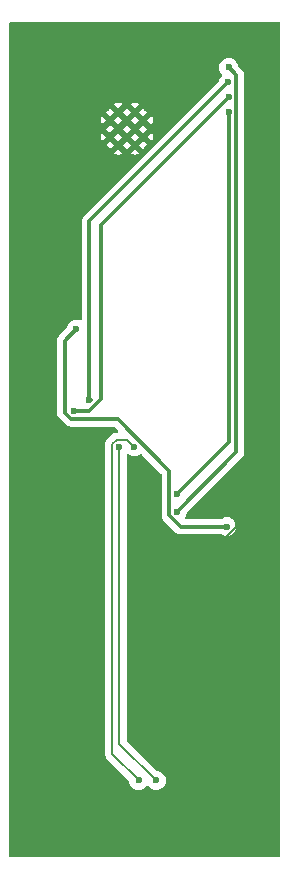
<source format=gbr>
%TF.GenerationSoftware,KiCad,Pcbnew,8.0.5*%
%TF.CreationDate,2024-11-01T20:02:56+05:30*%
%TF.ProjectId,ESP32 with sensor,45535033-3220-4776-9974-682073656e73,rev?*%
%TF.SameCoordinates,Original*%
%TF.FileFunction,Copper,L2,Bot*%
%TF.FilePolarity,Positive*%
%FSLAX46Y46*%
G04 Gerber Fmt 4.6, Leading zero omitted, Abs format (unit mm)*
G04 Created by KiCad (PCBNEW 8.0.5) date 2024-11-01 20:02:56*
%MOMM*%
%LPD*%
G01*
G04 APERTURE LIST*
%TA.AperFunction,HeatsinkPad*%
%ADD10C,0.600000*%
%TD*%
%TA.AperFunction,ViaPad*%
%ADD11C,0.600000*%
%TD*%
%TA.AperFunction,Conductor*%
%ADD12C,0.200000*%
%TD*%
%TA.AperFunction,Conductor*%
%ADD13C,0.300000*%
%TD*%
G04 APERTURE END LIST*
D10*
%TO.P,U1,39,GND*%
%TO.N,GND*%
X130767880Y-121627880D03*
X130767880Y-120227880D03*
X130067880Y-122327880D03*
X130067880Y-120927880D03*
X130067880Y-119527880D03*
X129342880Y-121627880D03*
X129342880Y-120227880D03*
X128667880Y-122327880D03*
X128667880Y-120927880D03*
X128667880Y-119527880D03*
X127967880Y-121627880D03*
X127967880Y-120227880D03*
%TD*%
D11*
%TO.N,GND*%
X127830000Y-117970000D03*
X138617880Y-152400000D03*
X133867880Y-155867880D03*
X130117880Y-161367880D03*
%TO.N,/RESET*%
X125086630Y-137899130D03*
X137842880Y-154617880D03*
%TO.N,Net-(J1-D-)*%
X130367880Y-176117880D03*
X130022880Y-147867880D03*
%TO.N,Net-(J1-D+)*%
X131867880Y-176117880D03*
X128752880Y-147867880D03*
%TO.N,/SDA*%
X138000000Y-119500000D03*
%TO.N,/SCL*%
X138002120Y-115747880D03*
%TO.N,/UART_RX*%
X126212880Y-143907777D03*
X137967880Y-117017880D03*
%TO.N,/UART_TX*%
X124942880Y-144867880D03*
X138000000Y-118287880D03*
%TO.N,/SDA*%
X133617880Y-151867880D03*
%TO.N,/SCL*%
X133617880Y-153367880D03*
%TD*%
D12*
%TO.N,GND*%
X129367880Y-121627880D02*
X130067880Y-122327880D01*
X129342880Y-121627880D02*
X129367880Y-121627880D01*
X128667880Y-120927880D02*
X127967880Y-120227880D01*
X128667880Y-120927880D02*
X127967880Y-121627880D01*
X129342880Y-121652880D02*
X128667880Y-122327880D01*
X129342880Y-121627880D02*
X129342880Y-121652880D01*
X130042880Y-120927880D02*
X129342880Y-121627880D01*
X130067880Y-120927880D02*
X130042880Y-120927880D01*
X130067880Y-120927880D02*
X130767880Y-120227880D01*
X129367880Y-120227880D02*
X130067880Y-119527880D01*
X129342880Y-120227880D02*
X129367880Y-120227880D01*
X130067880Y-120927880D02*
X130767880Y-121627880D01*
X129367880Y-120227880D02*
X130067880Y-120927880D01*
X128667880Y-119552880D02*
X129342880Y-120227880D01*
X128667880Y-119527880D02*
X128667880Y-119552880D01*
X127830000Y-118690000D02*
X128667880Y-119527880D01*
X127830000Y-117970000D02*
X127830000Y-118690000D01*
X138617880Y-152400000D02*
X138617880Y-154691409D01*
D13*
%TO.N,/UART_TX*%
X127200000Y-129087880D02*
X138000000Y-118287880D01*
X127200000Y-143839896D02*
X127200000Y-129087880D01*
X126172016Y-144867880D02*
X127200000Y-143839896D01*
X124942880Y-144867880D02*
X126172016Y-144867880D01*
%TO.N,/UART_RX*%
X126212880Y-143907777D02*
X126212880Y-128772880D01*
X126212880Y-128772880D02*
X137967880Y-117017880D01*
D12*
%TO.N,GND*%
X130067880Y-119527880D02*
X130042880Y-119527880D01*
X138617880Y-152367880D02*
X138617880Y-152400000D01*
X129342880Y-120227880D02*
X129342880Y-120252880D01*
X137441409Y-155867880D02*
X133867880Y-155867880D01*
X138617880Y-154691409D02*
X137441409Y-155867880D01*
X130067880Y-122327880D02*
X130042880Y-122327880D01*
X130767880Y-120227880D02*
X130067880Y-119527880D01*
X133867880Y-155867880D02*
X133867880Y-157617880D01*
X133867880Y-157617880D02*
X130117880Y-161367880D01*
%TO.N,Net-(J1-D-)*%
X129422880Y-147267880D02*
X128504351Y-147267880D01*
X128152880Y-173902880D02*
X130367880Y-176117880D01*
X128504351Y-147267880D02*
X128152880Y-147619351D01*
X128152880Y-147619351D02*
X128152880Y-173902880D01*
X130022880Y-147867880D02*
X129422880Y-147267880D01*
%TO.N,Net-(J1-D+)*%
X128752880Y-173002880D02*
X128752880Y-147867880D01*
X131867880Y-176117880D02*
X128752880Y-173002880D01*
D13*
%TO.N,/UART_RX*%
X126212880Y-143907777D02*
X126327983Y-143907777D01*
%TO.N,/SDA*%
X138000000Y-147485760D02*
X138000000Y-119500000D01*
X133617880Y-151867880D02*
X138000000Y-147485760D01*
%TO.N,/SCL*%
X138650000Y-116395760D02*
X138002120Y-115747880D01*
X138650000Y-148335760D02*
X138650000Y-116395760D01*
X133617880Y-153367880D02*
X138650000Y-148335760D01*
%TO.N,/RESET*%
X124117880Y-138867880D02*
X125086630Y-137899130D01*
X132967880Y-153637119D02*
X132967880Y-149893641D01*
X128592119Y-145517880D02*
X124673641Y-145517880D01*
X133948641Y-154617880D02*
X132967880Y-153637119D01*
X132967880Y-149893641D02*
X128592119Y-145517880D01*
X137842880Y-154617880D02*
X133948641Y-154617880D01*
X124673641Y-145517880D02*
X124117880Y-144962119D01*
X124117880Y-144962119D02*
X124117880Y-138867880D01*
%TD*%
%TA.AperFunction,Conductor*%
%TO.N,GND*%
G36*
X142310419Y-111927565D02*
G01*
X142356174Y-111980369D01*
X142367380Y-112031880D01*
X142367380Y-182493380D01*
X142347695Y-182560419D01*
X142294891Y-182606174D01*
X142243380Y-182617380D01*
X119492380Y-182617380D01*
X119425341Y-182597695D01*
X119379586Y-182544891D01*
X119368380Y-182493380D01*
X119368380Y-145026190D01*
X123467379Y-145026190D01*
X123492377Y-145151857D01*
X123492379Y-145151863D01*
X123541414Y-145270244D01*
X123612606Y-145376792D01*
X124258967Y-146023153D01*
X124258970Y-146023155D01*
X124258972Y-146023157D01*
X124365514Y-146094345D01*
X124483897Y-146143381D01*
X124483901Y-146143381D01*
X124483902Y-146143382D01*
X124609569Y-146168380D01*
X124609572Y-146168380D01*
X124737710Y-146168380D01*
X128271311Y-146168380D01*
X128338350Y-146188065D01*
X128358992Y-146204699D01*
X128609992Y-146455699D01*
X128643477Y-146517022D01*
X128638493Y-146586714D01*
X128596621Y-146642647D01*
X128531157Y-146667064D01*
X128522311Y-146667380D01*
X128425294Y-146667380D01*
X128272566Y-146708303D01*
X128272565Y-146708303D01*
X128272563Y-146708304D01*
X128272560Y-146708305D01*
X128222447Y-146737239D01*
X128222446Y-146737240D01*
X128179040Y-146762300D01*
X128135636Y-146787359D01*
X128135633Y-146787361D01*
X127672361Y-147250633D01*
X127672359Y-147250636D01*
X127646161Y-147296014D01*
X127646160Y-147296016D01*
X127593303Y-147387565D01*
X127593303Y-147387566D01*
X127552379Y-147540294D01*
X127552379Y-147540296D01*
X127552379Y-147708397D01*
X127552380Y-147708410D01*
X127552380Y-173816210D01*
X127552379Y-173816228D01*
X127552379Y-173981934D01*
X127552378Y-173981934D01*
X127593303Y-174134665D01*
X127622238Y-174184780D01*
X127622239Y-174184784D01*
X127622240Y-174184784D01*
X127672359Y-174271594D01*
X127672361Y-174271597D01*
X127791229Y-174390465D01*
X127791235Y-174390470D01*
X129537178Y-176136413D01*
X129570663Y-176197736D01*
X129572717Y-176210210D01*
X129582510Y-176297129D01*
X129642090Y-176467401D01*
X129722874Y-176595967D01*
X129738064Y-176620142D01*
X129865618Y-176747696D01*
X130018358Y-176843669D01*
X130188625Y-176903248D01*
X130188630Y-176903249D01*
X130367876Y-176923445D01*
X130367880Y-176923445D01*
X130367884Y-176923445D01*
X130547129Y-176903249D01*
X130547132Y-176903248D01*
X130547135Y-176903248D01*
X130717402Y-176843669D01*
X130870142Y-176747696D01*
X130997696Y-176620142D01*
X131012887Y-176595964D01*
X131065219Y-176549676D01*
X131134273Y-176539026D01*
X131198122Y-176567401D01*
X131222870Y-176595962D01*
X131238064Y-176620142D01*
X131365618Y-176747696D01*
X131518358Y-176843669D01*
X131688625Y-176903248D01*
X131688630Y-176903249D01*
X131867876Y-176923445D01*
X131867880Y-176923445D01*
X131867884Y-176923445D01*
X132047129Y-176903249D01*
X132047132Y-176903248D01*
X132047135Y-176903248D01*
X132217402Y-176843669D01*
X132370142Y-176747696D01*
X132497696Y-176620142D01*
X132593669Y-176467402D01*
X132653248Y-176297135D01*
X132663042Y-176210210D01*
X132673445Y-176117883D01*
X132673445Y-176117876D01*
X132653249Y-175938630D01*
X132653248Y-175938625D01*
X132593668Y-175768356D01*
X132497695Y-175615617D01*
X132370142Y-175488064D01*
X132217401Y-175392090D01*
X132047129Y-175332510D01*
X131960210Y-175322717D01*
X131895796Y-175295650D01*
X131886413Y-175287178D01*
X129389699Y-172790464D01*
X129356214Y-172729141D01*
X129353380Y-172702783D01*
X129353380Y-148616974D01*
X129373065Y-148549935D01*
X129425869Y-148504180D01*
X129495027Y-148494236D01*
X129543351Y-148511980D01*
X129581073Y-148535682D01*
X129673355Y-148593668D01*
X129843625Y-148653248D01*
X129843630Y-148653249D01*
X130022876Y-148673445D01*
X130022880Y-148673445D01*
X130022884Y-148673445D01*
X130202129Y-148653249D01*
X130202132Y-148653248D01*
X130202135Y-148653248D01*
X130372402Y-148593669D01*
X130519312Y-148501358D01*
X130586548Y-148482359D01*
X130653384Y-148502727D01*
X130672965Y-148518672D01*
X132281061Y-150126768D01*
X132314546Y-150188091D01*
X132317380Y-150214449D01*
X132317380Y-153701188D01*
X132337515Y-153802410D01*
X132342154Y-153825733D01*
X132342379Y-153826863D01*
X132386576Y-153933565D01*
X132391415Y-153945246D01*
X132420025Y-153988064D01*
X132462606Y-154051792D01*
X133533966Y-155123152D01*
X133533972Y-155123157D01*
X133640515Y-155194346D01*
X133709862Y-155223069D01*
X133758897Y-155243381D01*
X133758900Y-155243381D01*
X133758901Y-155243382D01*
X133884569Y-155268380D01*
X133884572Y-155268380D01*
X133884573Y-155268380D01*
X134012710Y-155268380D01*
X137337812Y-155268380D01*
X137403784Y-155287386D01*
X137493357Y-155343669D01*
X137493361Y-155343670D01*
X137663617Y-155403246D01*
X137663623Y-155403247D01*
X137663625Y-155403248D01*
X137663626Y-155403248D01*
X137663630Y-155403249D01*
X137842876Y-155423445D01*
X137842880Y-155423445D01*
X137842884Y-155423445D01*
X138022129Y-155403249D01*
X138022132Y-155403248D01*
X138022135Y-155403248D01*
X138192402Y-155343669D01*
X138345142Y-155247696D01*
X138472696Y-155120142D01*
X138568669Y-154967402D01*
X138628248Y-154797135D01*
X138648445Y-154617880D01*
X138628248Y-154438625D01*
X138568669Y-154268358D01*
X138472696Y-154115618D01*
X138345142Y-153988064D01*
X138281976Y-153948374D01*
X138192403Y-153892091D01*
X138022134Y-153832511D01*
X138022129Y-153832510D01*
X137842884Y-153812315D01*
X137842876Y-153812315D01*
X137663630Y-153832510D01*
X137663617Y-153832513D01*
X137493361Y-153892089D01*
X137493357Y-153892090D01*
X137403784Y-153948374D01*
X137337812Y-153967380D01*
X134410959Y-153967380D01*
X134343920Y-153947695D01*
X134298165Y-153894891D01*
X134288221Y-153825733D01*
X134305965Y-153777408D01*
X134343668Y-153717403D01*
X134343669Y-153717402D01*
X134403248Y-153547135D01*
X134404062Y-153539905D01*
X134431125Y-153475491D01*
X134439592Y-153466112D01*
X139155276Y-148750430D01*
X139220210Y-148653249D01*
X139226464Y-148643889D01*
X139226465Y-148643887D01*
X139275501Y-148525504D01*
X139276918Y-148518380D01*
X139300500Y-148399829D01*
X139300500Y-116331691D01*
X139300500Y-116331688D01*
X139275502Y-116206021D01*
X139275501Y-116206020D01*
X139275501Y-116206016D01*
X139226465Y-116087633D01*
X139155277Y-115981091D01*
X139155275Y-115981089D01*
X139155273Y-115981086D01*
X139155272Y-115981085D01*
X138823842Y-115649656D01*
X138790357Y-115588333D01*
X138788302Y-115575853D01*
X138787488Y-115568625D01*
X138727909Y-115398358D01*
X138631936Y-115245618D01*
X138504382Y-115118064D01*
X138351643Y-115022091D01*
X138181374Y-114962511D01*
X138181369Y-114962510D01*
X138002124Y-114942315D01*
X138002116Y-114942315D01*
X137822870Y-114962510D01*
X137822865Y-114962511D01*
X137652596Y-115022091D01*
X137499857Y-115118064D01*
X137372304Y-115245617D01*
X137276331Y-115398356D01*
X137216751Y-115568625D01*
X137216750Y-115568630D01*
X137196555Y-115747876D01*
X137196555Y-115747883D01*
X137216750Y-115927129D01*
X137216751Y-115927134D01*
X137276331Y-116097403D01*
X137372304Y-116250142D01*
X137400240Y-116278078D01*
X137433725Y-116339401D01*
X137428741Y-116409093D01*
X137400242Y-116453439D01*
X137338063Y-116515619D01*
X137242090Y-116668358D01*
X137182512Y-116838624D01*
X137182510Y-116838632D01*
X137181695Y-116845868D01*
X137154623Y-116910280D01*
X137146157Y-116919655D01*
X125707606Y-128358206D01*
X125654706Y-128437379D01*
X125654704Y-128437381D01*
X125636419Y-128464744D01*
X125636413Y-128464755D01*
X125587379Y-128583135D01*
X125587377Y-128583141D01*
X125562380Y-128708808D01*
X125562380Y-137042748D01*
X125542695Y-137109787D01*
X125489891Y-137155542D01*
X125420733Y-137165486D01*
X125397425Y-137159789D01*
X125265892Y-137113763D01*
X125265879Y-137113760D01*
X125086634Y-137093565D01*
X125086626Y-137093565D01*
X124907380Y-137113760D01*
X124907375Y-137113761D01*
X124737106Y-137173341D01*
X124584367Y-137269314D01*
X124456814Y-137396867D01*
X124360840Y-137549608D01*
X124301262Y-137719874D01*
X124301260Y-137719882D01*
X124300445Y-137727118D01*
X124273373Y-137791530D01*
X124264907Y-137800905D01*
X123612606Y-138453206D01*
X123548180Y-138549629D01*
X123548177Y-138549633D01*
X123541417Y-138559748D01*
X123541413Y-138559755D01*
X123492379Y-138678135D01*
X123492377Y-138678141D01*
X123467380Y-138803808D01*
X123467380Y-138803811D01*
X123467380Y-145026188D01*
X123467380Y-145026190D01*
X123467379Y-145026190D01*
X119368380Y-145026190D01*
X119368380Y-123044540D01*
X128304772Y-123044540D01*
X128304772Y-123044541D01*
X128318572Y-123053213D01*
X128318571Y-123053213D01*
X128488741Y-123112758D01*
X128667877Y-123132942D01*
X128667883Y-123132942D01*
X128847018Y-123112758D01*
X128847021Y-123112757D01*
X129017185Y-123053214D01*
X129017186Y-123053214D01*
X129030986Y-123044541D01*
X129030986Y-123044540D01*
X129704772Y-123044540D01*
X129704772Y-123044541D01*
X129718572Y-123053213D01*
X129718571Y-123053213D01*
X129888741Y-123112758D01*
X130067877Y-123132942D01*
X130067883Y-123132942D01*
X130247018Y-123112758D01*
X130247021Y-123112757D01*
X130417185Y-123053214D01*
X130417186Y-123053214D01*
X130430986Y-123044541D01*
X130430986Y-123044540D01*
X130067881Y-122681433D01*
X130067880Y-122681433D01*
X129704772Y-123044540D01*
X129030986Y-123044540D01*
X128667881Y-122681433D01*
X128667880Y-122681433D01*
X128304772Y-123044540D01*
X119368380Y-123044540D01*
X119368380Y-122344540D01*
X127604772Y-122344540D01*
X127604772Y-122344541D01*
X127618572Y-122353213D01*
X127618571Y-122353213D01*
X127788742Y-122412758D01*
X127789524Y-122412937D01*
X127789977Y-122413190D01*
X127795311Y-122415057D01*
X127794984Y-122415991D01*
X127850503Y-122447046D01*
X127879832Y-122500754D01*
X127880702Y-122500450D01*
X127882550Y-122505732D01*
X127882820Y-122506226D01*
X127883001Y-122507022D01*
X127942543Y-122677180D01*
X127942543Y-122677181D01*
X127951218Y-122690987D01*
X128314326Y-122327880D01*
X128284489Y-122298043D01*
X128517880Y-122298043D01*
X128517880Y-122357717D01*
X128540716Y-122412848D01*
X128582912Y-122455044D01*
X128638043Y-122477880D01*
X128697717Y-122477880D01*
X128752848Y-122455044D01*
X128795044Y-122412848D01*
X128817880Y-122357717D01*
X128817880Y-122327880D01*
X129021433Y-122327880D01*
X129367880Y-122674326D01*
X129367881Y-122674326D01*
X129701826Y-122340381D01*
X129701826Y-122340379D01*
X129659490Y-122298043D01*
X129917880Y-122298043D01*
X129917880Y-122357717D01*
X129940716Y-122412848D01*
X129982912Y-122455044D01*
X130038043Y-122477880D01*
X130097717Y-122477880D01*
X130152848Y-122455044D01*
X130195044Y-122412848D01*
X130217880Y-122357717D01*
X130217880Y-122327879D01*
X130421433Y-122327879D01*
X130421433Y-122327880D01*
X130784540Y-122690986D01*
X130784541Y-122690986D01*
X130793214Y-122677186D01*
X130793214Y-122677185D01*
X130852756Y-122507024D01*
X130852936Y-122506238D01*
X130853191Y-122505781D01*
X130855057Y-122500450D01*
X130855990Y-122500776D01*
X130887044Y-122445259D01*
X130940755Y-122415929D01*
X130940450Y-122415057D01*
X130945750Y-122413202D01*
X130946238Y-122412936D01*
X130947024Y-122412756D01*
X131117185Y-122353214D01*
X131117186Y-122353214D01*
X131130986Y-122344541D01*
X131130986Y-122344540D01*
X130767880Y-121981433D01*
X130702120Y-122047194D01*
X130702119Y-122047194D01*
X130421433Y-122327879D01*
X130217880Y-122327879D01*
X130217880Y-122298043D01*
X130195044Y-122242912D01*
X130152848Y-122200716D01*
X130097717Y-122177880D01*
X130038043Y-122177880D01*
X129982912Y-122200716D01*
X129940716Y-122242912D01*
X129917880Y-122298043D01*
X129659490Y-122298043D01*
X129355381Y-121993933D01*
X129355380Y-121993933D01*
X129021433Y-122327880D01*
X128817880Y-122327880D01*
X128817880Y-122298043D01*
X128795044Y-122242912D01*
X128752848Y-122200716D01*
X128697717Y-122177880D01*
X128638043Y-122177880D01*
X128582912Y-122200716D01*
X128540716Y-122242912D01*
X128517880Y-122298043D01*
X128284489Y-122298043D01*
X127967879Y-121981433D01*
X127967878Y-121981433D01*
X127604772Y-122344540D01*
X119368380Y-122344540D01*
X119368380Y-121627877D01*
X127162818Y-121627877D01*
X127162818Y-121627882D01*
X127183001Y-121807018D01*
X127242545Y-121977184D01*
X127251218Y-121990987D01*
X127614326Y-121627880D01*
X127614326Y-121627879D01*
X127584490Y-121598043D01*
X127817880Y-121598043D01*
X127817880Y-121657717D01*
X127840716Y-121712848D01*
X127882912Y-121755044D01*
X127938043Y-121777880D01*
X127997717Y-121777880D01*
X128052848Y-121755044D01*
X128095044Y-121712848D01*
X128117880Y-121657717D01*
X128117880Y-121627879D01*
X128321433Y-121627879D01*
X128655380Y-121961826D01*
X128989326Y-121627880D01*
X128989326Y-121627879D01*
X128959490Y-121598043D01*
X129192880Y-121598043D01*
X129192880Y-121657717D01*
X129215716Y-121712848D01*
X129257912Y-121755044D01*
X129313043Y-121777880D01*
X129372717Y-121777880D01*
X129427848Y-121755044D01*
X129470044Y-121712848D01*
X129492880Y-121657717D01*
X129492880Y-121627879D01*
X129721433Y-121627879D01*
X129721433Y-121627881D01*
X130067878Y-121974326D01*
X130067879Y-121974326D01*
X130341458Y-121700748D01*
X130414326Y-121627880D01*
X130384489Y-121598043D01*
X130617880Y-121598043D01*
X130617880Y-121657717D01*
X130640716Y-121712848D01*
X130682912Y-121755044D01*
X130738043Y-121777880D01*
X130797717Y-121777880D01*
X130852848Y-121755044D01*
X130895044Y-121712848D01*
X130917880Y-121657717D01*
X130917880Y-121627880D01*
X131121433Y-121627880D01*
X131484540Y-121990986D01*
X131484541Y-121990986D01*
X131493214Y-121977186D01*
X131493214Y-121977185D01*
X131552757Y-121807021D01*
X131552758Y-121807018D01*
X131572942Y-121627882D01*
X131572942Y-121627877D01*
X131552758Y-121448741D01*
X131493213Y-121278572D01*
X131484541Y-121264772D01*
X131484540Y-121264772D01*
X131121433Y-121627880D01*
X130917880Y-121627880D01*
X130917880Y-121598043D01*
X130895044Y-121542912D01*
X130852848Y-121500716D01*
X130797717Y-121477880D01*
X130738043Y-121477880D01*
X130682912Y-121500716D01*
X130640716Y-121542912D01*
X130617880Y-121598043D01*
X130384489Y-121598043D01*
X130067879Y-121281433D01*
X130067878Y-121281433D01*
X129721433Y-121627879D01*
X129492880Y-121627879D01*
X129492880Y-121598043D01*
X129470044Y-121542912D01*
X129427848Y-121500716D01*
X129372717Y-121477880D01*
X129313043Y-121477880D01*
X129257912Y-121500716D01*
X129215716Y-121542912D01*
X129192880Y-121598043D01*
X128959490Y-121598043D01*
X128655380Y-121293933D01*
X128602121Y-121347193D01*
X128602120Y-121347194D01*
X128321433Y-121627879D01*
X128117880Y-121627879D01*
X128117880Y-121598043D01*
X128095044Y-121542912D01*
X128052848Y-121500716D01*
X127997717Y-121477880D01*
X127938043Y-121477880D01*
X127882912Y-121500716D01*
X127840716Y-121542912D01*
X127817880Y-121598043D01*
X127584490Y-121598043D01*
X127251218Y-121264771D01*
X127251217Y-121264771D01*
X127242547Y-121278571D01*
X127242542Y-121278581D01*
X127183002Y-121448738D01*
X127183001Y-121448741D01*
X127162818Y-121627877D01*
X119368380Y-121627877D01*
X119368380Y-120927879D01*
X127621433Y-120927879D01*
X127621433Y-120927881D01*
X127967878Y-121274326D01*
X127967879Y-121274326D01*
X128243749Y-120998457D01*
X128314326Y-120927880D01*
X128284489Y-120898043D01*
X128517880Y-120898043D01*
X128517880Y-120957717D01*
X128540716Y-121012848D01*
X128582912Y-121055044D01*
X128638043Y-121077880D01*
X128697717Y-121077880D01*
X128752848Y-121055044D01*
X128795044Y-121012848D01*
X128817880Y-120957717D01*
X128817880Y-120927880D01*
X129021433Y-120927880D01*
X129355380Y-121261826D01*
X129355381Y-121261826D01*
X129689326Y-120927881D01*
X129689326Y-120927879D01*
X129659490Y-120898043D01*
X129917880Y-120898043D01*
X129917880Y-120957717D01*
X129940716Y-121012848D01*
X129982912Y-121055044D01*
X130038043Y-121077880D01*
X130097717Y-121077880D01*
X130152848Y-121055044D01*
X130195044Y-121012848D01*
X130217880Y-120957717D01*
X130217880Y-120927879D01*
X130421433Y-120927879D01*
X130767880Y-121274326D01*
X131114326Y-120927880D01*
X131114326Y-120927879D01*
X130767880Y-120581433D01*
X130702120Y-120647194D01*
X130702119Y-120647194D01*
X130421433Y-120927879D01*
X130217880Y-120927879D01*
X130217880Y-120898043D01*
X130195044Y-120842912D01*
X130152848Y-120800716D01*
X130097717Y-120777880D01*
X130038043Y-120777880D01*
X129982912Y-120800716D01*
X129940716Y-120842912D01*
X129917880Y-120898043D01*
X129659490Y-120898043D01*
X129355381Y-120593933D01*
X129355380Y-120593933D01*
X129021433Y-120927880D01*
X128817880Y-120927880D01*
X128817880Y-120898043D01*
X128795044Y-120842912D01*
X128752848Y-120800716D01*
X128697717Y-120777880D01*
X128638043Y-120777880D01*
X128582912Y-120800716D01*
X128540716Y-120842912D01*
X128517880Y-120898043D01*
X128284489Y-120898043D01*
X127967879Y-120581433D01*
X127967878Y-120581433D01*
X127621433Y-120927879D01*
X119368380Y-120927879D01*
X119368380Y-120227877D01*
X127162818Y-120227877D01*
X127162818Y-120227882D01*
X127183001Y-120407018D01*
X127242545Y-120577184D01*
X127251218Y-120590987D01*
X127614326Y-120227880D01*
X127614326Y-120227879D01*
X127584490Y-120198043D01*
X127817880Y-120198043D01*
X127817880Y-120257717D01*
X127840716Y-120312848D01*
X127882912Y-120355044D01*
X127938043Y-120377880D01*
X127997717Y-120377880D01*
X128052848Y-120355044D01*
X128095044Y-120312848D01*
X128117880Y-120257717D01*
X128117880Y-120227879D01*
X128321433Y-120227879D01*
X128655380Y-120561826D01*
X128989326Y-120227880D01*
X128989326Y-120227879D01*
X128959490Y-120198043D01*
X129192880Y-120198043D01*
X129192880Y-120257717D01*
X129215716Y-120312848D01*
X129257912Y-120355044D01*
X129313043Y-120377880D01*
X129372717Y-120377880D01*
X129427848Y-120355044D01*
X129470044Y-120312848D01*
X129492880Y-120257717D01*
X129492880Y-120227879D01*
X129721433Y-120227879D01*
X129721433Y-120227881D01*
X130067878Y-120574326D01*
X130067879Y-120574326D01*
X130341458Y-120300748D01*
X130414326Y-120227880D01*
X130384489Y-120198043D01*
X130617880Y-120198043D01*
X130617880Y-120257717D01*
X130640716Y-120312848D01*
X130682912Y-120355044D01*
X130738043Y-120377880D01*
X130797717Y-120377880D01*
X130852848Y-120355044D01*
X130895044Y-120312848D01*
X130917880Y-120257717D01*
X130917880Y-120227880D01*
X131121433Y-120227880D01*
X131484540Y-120590986D01*
X131484541Y-120590986D01*
X131493214Y-120577186D01*
X131493214Y-120577185D01*
X131552757Y-120407021D01*
X131552758Y-120407018D01*
X131572942Y-120227882D01*
X131572942Y-120227877D01*
X131552758Y-120048741D01*
X131493213Y-119878572D01*
X131484541Y-119864772D01*
X131484540Y-119864772D01*
X131121433Y-120227880D01*
X130917880Y-120227880D01*
X130917880Y-120198043D01*
X130895044Y-120142912D01*
X130852848Y-120100716D01*
X130797717Y-120077880D01*
X130738043Y-120077880D01*
X130682912Y-120100716D01*
X130640716Y-120142912D01*
X130617880Y-120198043D01*
X130384489Y-120198043D01*
X130067879Y-119881433D01*
X130067878Y-119881433D01*
X129721433Y-120227879D01*
X129492880Y-120227879D01*
X129492880Y-120198043D01*
X129470044Y-120142912D01*
X129427848Y-120100716D01*
X129372717Y-120077880D01*
X129313043Y-120077880D01*
X129257912Y-120100716D01*
X129215716Y-120142912D01*
X129192880Y-120198043D01*
X128959490Y-120198043D01*
X128655380Y-119893933D01*
X128602121Y-119947193D01*
X128602120Y-119947194D01*
X128321433Y-120227879D01*
X128117880Y-120227879D01*
X128117880Y-120198043D01*
X128095044Y-120142912D01*
X128052848Y-120100716D01*
X127997717Y-120077880D01*
X127938043Y-120077880D01*
X127882912Y-120100716D01*
X127840716Y-120142912D01*
X127817880Y-120198043D01*
X127584490Y-120198043D01*
X127251218Y-119864771D01*
X127251217Y-119864771D01*
X127242547Y-119878571D01*
X127242542Y-119878581D01*
X127183002Y-120048738D01*
X127183001Y-120048741D01*
X127162818Y-120227877D01*
X119368380Y-120227877D01*
X119368380Y-119511217D01*
X127604771Y-119511217D01*
X127604771Y-119511218D01*
X127967878Y-119874326D01*
X127967879Y-119874326D01*
X128243748Y-119598457D01*
X128314326Y-119527878D01*
X128284491Y-119498043D01*
X128517880Y-119498043D01*
X128517880Y-119557717D01*
X128540716Y-119612848D01*
X128582912Y-119655044D01*
X128638043Y-119677880D01*
X128697717Y-119677880D01*
X128752848Y-119655044D01*
X128795044Y-119612848D01*
X128817880Y-119557717D01*
X128817880Y-119527880D01*
X129021433Y-119527880D01*
X129355380Y-119861826D01*
X129355381Y-119861826D01*
X129701826Y-119515379D01*
X129701826Y-119515378D01*
X129684491Y-119498043D01*
X129917880Y-119498043D01*
X129917880Y-119557717D01*
X129940716Y-119612848D01*
X129982912Y-119655044D01*
X130038043Y-119677880D01*
X130097717Y-119677880D01*
X130152848Y-119655044D01*
X130195044Y-119612848D01*
X130217880Y-119557717D01*
X130217880Y-119527878D01*
X130421433Y-119527878D01*
X130421433Y-119527879D01*
X130767880Y-119874326D01*
X130767881Y-119874326D01*
X131130987Y-119511218D01*
X131117181Y-119502543D01*
X130947022Y-119443001D01*
X130946226Y-119442820D01*
X130945763Y-119442561D01*
X130940450Y-119440702D01*
X130940775Y-119439770D01*
X130885250Y-119408707D01*
X130855929Y-119355005D01*
X130855057Y-119355311D01*
X130853201Y-119350008D01*
X130852937Y-119349524D01*
X130852758Y-119348742D01*
X130793213Y-119178572D01*
X130784541Y-119164772D01*
X130784540Y-119164772D01*
X130421433Y-119527878D01*
X130217880Y-119527878D01*
X130217880Y-119498043D01*
X130195044Y-119442912D01*
X130152848Y-119400716D01*
X130097717Y-119377880D01*
X130038043Y-119377880D01*
X129982912Y-119400716D01*
X129940716Y-119442912D01*
X129917880Y-119498043D01*
X129684491Y-119498043D01*
X129367880Y-119181433D01*
X129021433Y-119527880D01*
X128817880Y-119527880D01*
X128817880Y-119498043D01*
X128795044Y-119442912D01*
X128752848Y-119400716D01*
X128697717Y-119377880D01*
X128638043Y-119377880D01*
X128582912Y-119400716D01*
X128540716Y-119442912D01*
X128517880Y-119498043D01*
X128284491Y-119498043D01*
X127951218Y-119164771D01*
X127951217Y-119164771D01*
X127942547Y-119178571D01*
X127942542Y-119178581D01*
X127882999Y-119348746D01*
X127882819Y-119349536D01*
X127882562Y-119349993D01*
X127880703Y-119355309D01*
X127879771Y-119354983D01*
X127848704Y-119410511D01*
X127795004Y-119439832D01*
X127795309Y-119440703D01*
X127790025Y-119442551D01*
X127789536Y-119442819D01*
X127788746Y-119442999D01*
X127618581Y-119502542D01*
X127618571Y-119502547D01*
X127604771Y-119511217D01*
X119368380Y-119511217D01*
X119368380Y-118811217D01*
X128304771Y-118811217D01*
X128304771Y-118811218D01*
X128667880Y-119174326D01*
X128667881Y-119174326D01*
X129030987Y-118811218D01*
X129030985Y-118811217D01*
X129704771Y-118811217D01*
X129704771Y-118811218D01*
X130067880Y-119174326D01*
X130067881Y-119174326D01*
X130430987Y-118811218D01*
X130417184Y-118802545D01*
X130247018Y-118743001D01*
X130067883Y-118722818D01*
X130067877Y-118722818D01*
X129888741Y-118743001D01*
X129888738Y-118743002D01*
X129718581Y-118802542D01*
X129718571Y-118802547D01*
X129704771Y-118811217D01*
X129030985Y-118811217D01*
X129017184Y-118802545D01*
X128847018Y-118743001D01*
X128667883Y-118722818D01*
X128667877Y-118722818D01*
X128488741Y-118743001D01*
X128488738Y-118743002D01*
X128318581Y-118802542D01*
X128318571Y-118802547D01*
X128304771Y-118811217D01*
X119368380Y-118811217D01*
X119368380Y-112031880D01*
X119388065Y-111964841D01*
X119440869Y-111919086D01*
X119492380Y-111907880D01*
X142243380Y-111907880D01*
X142310419Y-111927565D01*
G37*
%TD.AperFunction*%
%TD*%
M02*

</source>
